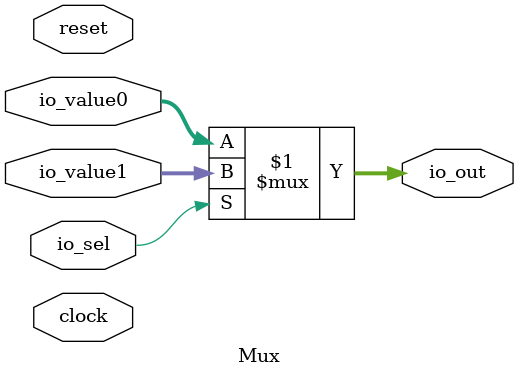
<source format=v>
module Mux(	// <stdin>:2:10
  input         clock,
                reset,
  input  [15:0] io_value0,
                io_value1,
  input         io_sel,
  output [15:0] io_out);

  assign io_out = io_sel ? io_value1 : io_value0;	// <stdin>:2:10, Mux.scala:11:{30,39,74}
endmodule


</source>
